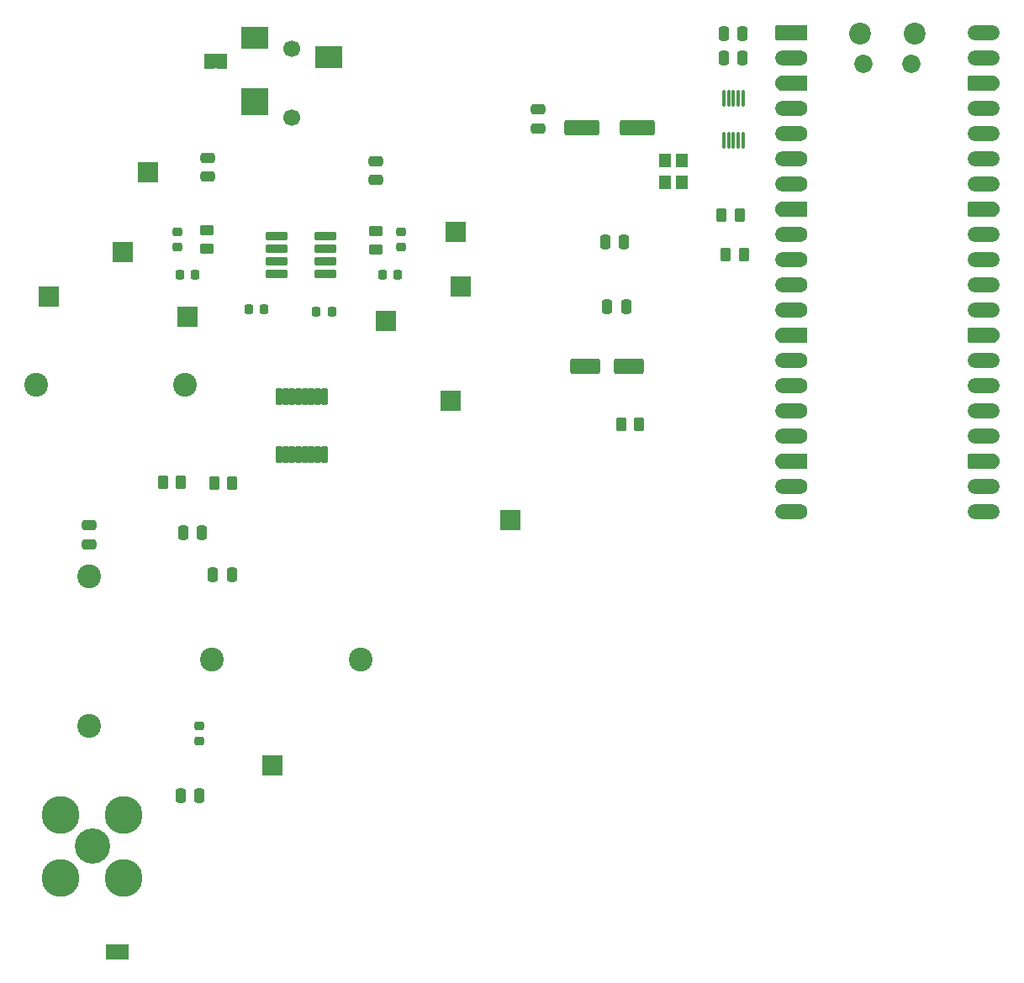
<source format=gbr>
%TF.GenerationSoftware,KiCad,Pcbnew,9.0.1*%
%TF.CreationDate,2025-05-08T16:34:57-07:00*%
%TF.ProjectId,Revision_Board,52657669-7369-46f6-9e5f-426f6172642e,rev?*%
%TF.SameCoordinates,Original*%
%TF.FileFunction,Soldermask,Top*%
%TF.FilePolarity,Negative*%
%FSLAX46Y46*%
G04 Gerber Fmt 4.6, Leading zero omitted, Abs format (unit mm)*
G04 Created by KiCad (PCBNEW 9.0.1) date 2025-05-08 16:34:57*
%MOMM*%
%LPD*%
G01*
G04 APERTURE LIST*
G04 Aperture macros list*
%AMRoundRect*
0 Rectangle with rounded corners*
0 $1 Rounding radius*
0 $2 $3 $4 $5 $6 $7 $8 $9 X,Y pos of 4 corners*
0 Add a 4 corners polygon primitive as box body*
4,1,4,$2,$3,$4,$5,$6,$7,$8,$9,$2,$3,0*
0 Add four circle primitives for the rounded corners*
1,1,$1+$1,$2,$3*
1,1,$1+$1,$4,$5*
1,1,$1+$1,$6,$7*
1,1,$1+$1,$8,$9*
0 Add four rect primitives between the rounded corners*
20,1,$1+$1,$2,$3,$4,$5,0*
20,1,$1+$1,$4,$5,$6,$7,0*
20,1,$1+$1,$6,$7,$8,$9,0*
20,1,$1+$1,$8,$9,$2,$3,0*%
%AMFreePoly0*
4,1,37,0.800000,0.796148,0.878414,0.796148,1.032228,0.765552,1.177117,0.705537,1.307515,0.618408,1.418408,0.507515,1.505537,0.377117,1.565552,0.232228,1.596148,0.078414,1.596148,-0.078414,1.565552,-0.232228,1.505537,-0.377117,1.418408,-0.507515,1.307515,-0.618408,1.177117,-0.705537,1.032228,-0.765552,0.878414,-0.796148,0.800000,-0.796148,0.800000,-0.800000,-1.400000,-0.800000,
-1.403843,-0.796157,-1.439018,-0.796157,-1.511114,-0.766294,-1.566294,-0.711114,-1.596157,-0.639018,-1.596157,-0.603843,-1.600000,-0.600000,-1.600000,0.600000,-1.596157,0.603843,-1.596157,0.639018,-1.566294,0.711114,-1.511114,0.766294,-1.439018,0.796157,-1.403843,0.796157,-1.400000,0.800000,0.800000,0.800000,0.800000,0.796148,0.800000,0.796148,$1*%
%AMFreePoly1*
4,1,37,1.403843,0.796157,1.439018,0.796157,1.511114,0.766294,1.566294,0.711114,1.596157,0.639018,1.596157,0.603843,1.600000,0.600000,1.600000,-0.600000,1.596157,-0.603843,1.596157,-0.639018,1.566294,-0.711114,1.511114,-0.766294,1.439018,-0.796157,1.403843,-0.796157,1.400000,-0.800000,-0.800000,-0.800000,-0.800000,-0.796148,-0.878414,-0.796148,-1.032228,-0.765552,-1.177117,-0.705537,
-1.307515,-0.618408,-1.418408,-0.507515,-1.505537,-0.377117,-1.565552,-0.232228,-1.596148,-0.078414,-1.596148,0.078414,-1.565552,0.232228,-1.505537,0.377117,-1.418408,0.507515,-1.307515,0.618408,-1.177117,0.705537,-1.032228,0.765552,-0.878414,0.796148,-0.800000,0.796148,-0.800000,0.800000,1.400000,0.800000,1.403843,0.796157,1.403843,0.796157,$1*%
%AMFreePoly2*
4,1,37,0.603843,0.796157,0.639018,0.796157,0.711114,0.766294,0.766294,0.711114,0.796157,0.639018,0.796157,0.603843,0.800000,0.600000,0.800000,-0.600000,0.796157,-0.603843,0.796157,-0.639018,0.766294,-0.711114,0.711114,-0.766294,0.639018,-0.796157,0.603843,-0.796157,0.600000,-0.800000,0.000000,-0.800000,0.000000,-0.796148,-0.078414,-0.796148,-0.232228,-0.765552,-0.377117,-0.705537,
-0.507515,-0.618408,-0.618408,-0.507515,-0.705537,-0.377117,-0.765552,-0.232228,-0.796148,-0.078414,-0.796148,0.078414,-0.765552,0.232228,-0.705537,0.377117,-0.618408,0.507515,-0.507515,0.618408,-0.377117,0.705537,-0.232228,0.765552,-0.078414,0.796148,0.000000,0.796148,0.000000,0.800000,0.600000,0.800000,0.603843,0.796157,0.603843,0.796157,$1*%
%AMFreePoly3*
4,1,37,0.000000,0.796148,0.078414,0.796148,0.232228,0.765552,0.377117,0.705537,0.507515,0.618408,0.618408,0.507515,0.705537,0.377117,0.765552,0.232228,0.796148,0.078414,0.796148,-0.078414,0.765552,-0.232228,0.705537,-0.377117,0.618408,-0.507515,0.507515,-0.618408,0.377117,-0.705537,0.232228,-0.765552,0.078414,-0.796148,0.000000,-0.796148,0.000000,-0.800000,-0.600000,-0.800000,
-0.603843,-0.796157,-0.639018,-0.796157,-0.711114,-0.766294,-0.766294,-0.711114,-0.796157,-0.639018,-0.796157,-0.603843,-0.800000,-0.600000,-0.800000,0.600000,-0.796157,0.603843,-0.796157,0.639018,-0.766294,0.711114,-0.711114,0.766294,-0.639018,0.796157,-0.603843,0.796157,-0.600000,0.800000,0.000000,0.800000,0.000000,0.796148,0.000000,0.796148,$1*%
G04 Aperture macros list end*
%ADD10RoundRect,0.250000X-0.262500X-0.450000X0.262500X-0.450000X0.262500X0.450000X-0.262500X0.450000X0*%
%ADD11RoundRect,0.250000X0.262500X0.450000X-0.262500X0.450000X-0.262500X-0.450000X0.262500X-0.450000X0*%
%ADD12R,2.000000X2.000000*%
%ADD13RoundRect,0.250000X0.475000X-0.250000X0.475000X0.250000X-0.475000X0.250000X-0.475000X-0.250000X0*%
%ADD14RoundRect,0.250000X-0.250000X-0.475000X0.250000X-0.475000X0.250000X0.475000X-0.250000X0.475000X0*%
%ADD15RoundRect,0.225000X-0.225000X-0.250000X0.225000X-0.250000X0.225000X0.250000X-0.225000X0.250000X0*%
%ADD16RoundRect,0.250000X-0.450000X0.262500X-0.450000X-0.262500X0.450000X-0.262500X0.450000X0.262500X0*%
%ADD17R,1.000000X1.500000*%
%ADD18C,2.400000*%
%ADD19C,1.700000*%
%ADD20R,2.800000X2.200000*%
%ADD21R,2.800000X2.800000*%
%ADD22RoundRect,0.225000X0.225000X0.250000X-0.225000X0.250000X-0.225000X-0.250000X0.225000X-0.250000X0*%
%ADD23RoundRect,0.250000X-0.475000X0.250000X-0.475000X-0.250000X0.475000X-0.250000X0.475000X0.250000X0*%
%ADD24RoundRect,0.225000X-0.250000X0.225000X-0.250000X-0.225000X0.250000X-0.225000X0.250000X0.225000X0*%
%ADD25RoundRect,0.250000X-1.500000X-0.550000X1.500000X-0.550000X1.500000X0.550000X-1.500000X0.550000X0*%
%ADD26RoundRect,0.250000X0.250000X0.475000X-0.250000X0.475000X-0.250000X-0.475000X0.250000X-0.475000X0*%
%ADD27RoundRect,0.102000X-0.225000X0.737500X-0.225000X-0.737500X0.225000X-0.737500X0.225000X0.737500X0*%
%ADD28RoundRect,0.087500X0.087500X-0.725000X0.087500X0.725000X-0.087500X0.725000X-0.087500X-0.725000X0*%
%ADD29RoundRect,0.225000X0.250000X-0.225000X0.250000X0.225000X-0.250000X0.225000X-0.250000X-0.225000X0*%
%ADD30RoundRect,0.100500X-0.986500X-0.301500X0.986500X-0.301500X0.986500X0.301500X-0.986500X0.301500X0*%
%ADD31RoundRect,0.250000X-1.250000X-0.550000X1.250000X-0.550000X1.250000X0.550000X-1.250000X0.550000X0*%
%ADD32R,1.200000X1.400000*%
%ADD33C,2.200000*%
%ADD34C,1.850000*%
%ADD35FreePoly0,0.000000*%
%ADD36RoundRect,0.200000X-0.600000X-0.600000X0.600000X-0.600000X0.600000X0.600000X-0.600000X0.600000X0*%
%ADD37RoundRect,0.800000X-0.800000X-0.000010X0.800000X-0.000010X0.800000X0.000010X-0.800000X0.000010X0*%
%ADD38C,1.600000*%
%ADD39FreePoly1,0.000000*%
%ADD40FreePoly2,0.000000*%
%ADD41FreePoly3,0.000000*%
%ADD42C,3.556000*%
%ADD43C,3.810000*%
G04 APERTURE END LIST*
%TO.C,JP2*%
G36*
X31285000Y-15950000D02*
G01*
X31585000Y-15950000D01*
X31585000Y-17450000D01*
X31285000Y-17450000D01*
X31285000Y-15950000D01*
G37*
%TO.C,JP1*%
G36*
X21650000Y-107250000D02*
G01*
X21350000Y-107250000D01*
X21350000Y-105750000D01*
X21650000Y-105750000D01*
X21650000Y-107250000D01*
G37*
%TD*%
D10*
%TO.C,R3*%
X31265000Y-59267500D03*
X33090000Y-59267500D03*
%TD*%
D11*
%TO.C,R7*%
X74075000Y-53345000D03*
X72250000Y-53345000D03*
%TD*%
D12*
%TO.C,TP8(180)1*%
X14575000Y-40432500D03*
%TD*%
D13*
%TO.C,C10*%
X18675000Y-65395000D03*
X18675000Y-63495000D03*
%TD*%
D14*
%TO.C,C19*%
X27870000Y-90730000D03*
X29770000Y-90730000D03*
%TD*%
D15*
%TO.C,C5*%
X41575000Y-41932500D03*
X43125000Y-41932500D03*
%TD*%
D16*
%TO.C,R2*%
X47525000Y-33835000D03*
X47525000Y-35660000D03*
%TD*%
D17*
%TO.C,JP2*%
X30785000Y-16700000D03*
X32085000Y-16700000D03*
%TD*%
%TO.C,JP1*%
X22150000Y-106500000D03*
X20850000Y-106500000D03*
%TD*%
D12*
%TO.C,TP1(Q)1*%
X55575000Y-33932500D03*
%TD*%
%TO.C,TP7(90)1*%
X56075000Y-39432500D03*
%TD*%
D18*
%TO.C,L2*%
X31000000Y-77000000D03*
X46000000Y-77000000D03*
%TD*%
D15*
%TO.C,C6*%
X27800000Y-38247500D03*
X29350000Y-38247500D03*
%TD*%
D14*
%TO.C,C15*%
X70875000Y-41432500D03*
X72775000Y-41432500D03*
%TD*%
D19*
%TO.C,J3*%
X39075000Y-15432500D03*
X39075000Y-22432500D03*
D20*
X42775000Y-16332500D03*
X35375000Y-14332500D03*
D21*
X35375000Y-20832500D03*
%TD*%
D22*
%TO.C,C8*%
X49750000Y-38247500D03*
X48200000Y-38247500D03*
%TD*%
D12*
%TO.C,TP3(I)1*%
X24575000Y-27932500D03*
%TD*%
D23*
%TO.C,C3*%
X30575000Y-26432500D03*
X30575000Y-28332500D03*
%TD*%
D24*
%TO.C,C1*%
X27575000Y-33882500D03*
X27575000Y-35432500D03*
%TD*%
D11*
%TO.C,R6*%
X84607500Y-36182500D03*
X82782500Y-36182500D03*
%TD*%
D25*
%TO.C,C17*%
X68275000Y-23432500D03*
X73875000Y-23432500D03*
%TD*%
D12*
%TO.C,TP9(QLO)1*%
X61075000Y-62932500D03*
%TD*%
D26*
%TO.C,C13*%
X84475000Y-16432500D03*
X82575000Y-16432500D03*
%TD*%
D10*
%TO.C,R4*%
X26090000Y-59162500D03*
X27915000Y-59162500D03*
%TD*%
D12*
%TO.C,TP10 (ILO)1*%
X55075000Y-50932500D03*
%TD*%
D14*
%TO.C,C9*%
X28140000Y-64267500D03*
X30040000Y-64267500D03*
%TD*%
D18*
%TO.C,L3*%
X18675000Y-83670000D03*
X18675000Y-68670000D03*
%TD*%
D12*
%TO.C,TP6*%
X48575000Y-42932500D03*
%TD*%
D24*
%TO.C,C2*%
X50075000Y-33932500D03*
X50075000Y-35482500D03*
%TD*%
D27*
%TO.C,U2*%
X42350000Y-50494500D03*
X41700000Y-50494500D03*
X41050000Y-50494500D03*
X40400000Y-50494500D03*
X39750000Y-50494500D03*
X39100000Y-50494500D03*
X38450000Y-50494500D03*
X37800000Y-50494500D03*
X37800000Y-56370500D03*
X38450000Y-56370500D03*
X39100000Y-56370500D03*
X39750000Y-56370500D03*
X40400000Y-56370500D03*
X41050000Y-56370500D03*
X41700000Y-56370500D03*
X42350000Y-56370500D03*
%TD*%
D11*
%TO.C,R5*%
X84195000Y-32182500D03*
X82370000Y-32182500D03*
%TD*%
D12*
%TO.C,TP13(RXNS)1*%
X28575000Y-42432500D03*
%TD*%
D28*
%TO.C,Y1*%
X82575000Y-24657500D03*
X83075000Y-24657500D03*
X83575000Y-24657500D03*
X84075000Y-24657500D03*
X84575000Y-24657500D03*
X84575000Y-20432500D03*
X84075000Y-20432500D03*
X83575000Y-20432500D03*
X83075000Y-20432500D03*
X82575000Y-20432500D03*
%TD*%
D22*
%TO.C,C7*%
X36300000Y-41747500D03*
X34750000Y-41747500D03*
%TD*%
D23*
%TO.C,C4*%
X47575000Y-26787500D03*
X47575000Y-28687500D03*
%TD*%
D29*
%TO.C,C12*%
X29770000Y-85230000D03*
X29770000Y-83680000D03*
%TD*%
D18*
%TO.C,L1*%
X13360000Y-49337500D03*
X28360000Y-49337500D03*
%TD*%
D13*
%TO.C,C18*%
X63912500Y-23470000D03*
X63912500Y-21570000D03*
%TD*%
D30*
%TO.C,U1*%
X37525000Y-34342500D03*
X37525000Y-35612500D03*
X37525000Y-36882500D03*
X37525000Y-38152500D03*
X42465000Y-38152500D03*
X42465000Y-36882500D03*
X42465000Y-35612500D03*
X42465000Y-34342500D03*
%TD*%
D12*
%TO.C,TP14(RXIN)1*%
X37105000Y-87715000D03*
%TD*%
D26*
%TO.C,C20*%
X84475000Y-13932500D03*
X82575000Y-13932500D03*
%TD*%
D31*
%TO.C,C14*%
X68662500Y-47432500D03*
X73062500Y-47432500D03*
%TD*%
D32*
%TO.C,Y2*%
X76695000Y-26682500D03*
X76695000Y-28882500D03*
X78395000Y-28882500D03*
X78395000Y-26682500D03*
%TD*%
D16*
%TO.C,R1*%
X30525000Y-33747500D03*
X30525000Y-35572500D03*
%TD*%
D33*
%TO.C,A1*%
X96350000Y-13970000D03*
D34*
X96650000Y-17000000D03*
X101500000Y-17000000D03*
D33*
X101800000Y-13970000D03*
D35*
X89385000Y-13840000D03*
D36*
X90185000Y-13840000D03*
D37*
X89385000Y-16380000D03*
D38*
X90185000Y-16380000D03*
D39*
X89385000Y-18920000D03*
D40*
X90185000Y-18920000D03*
D37*
X89385000Y-21460000D03*
D38*
X90185000Y-21460000D03*
D37*
X89385000Y-24000000D03*
D38*
X90185000Y-24000000D03*
D37*
X89385000Y-26540000D03*
D38*
X90185000Y-26540000D03*
D37*
X89385000Y-29080000D03*
D38*
X90185000Y-29080000D03*
D39*
X89385000Y-31620000D03*
D40*
X90185000Y-31620000D03*
D37*
X89385000Y-34160000D03*
D38*
X90185000Y-34160000D03*
D37*
X89385000Y-36700000D03*
D38*
X90185000Y-36700000D03*
D37*
X89385000Y-39240000D03*
D38*
X90185000Y-39240000D03*
D37*
X89385000Y-41780000D03*
D38*
X90185000Y-41780000D03*
D39*
X89385000Y-44320000D03*
D40*
X90185000Y-44320000D03*
D37*
X89385000Y-46860000D03*
D38*
X90185000Y-46860000D03*
D37*
X89385000Y-49400000D03*
D38*
X90185000Y-49400000D03*
D37*
X89385000Y-51940000D03*
D38*
X90185000Y-51940000D03*
D37*
X89385000Y-54480000D03*
D38*
X90185000Y-54480000D03*
D39*
X89385000Y-57020000D03*
D40*
X90185000Y-57020000D03*
D37*
X89385000Y-59560000D03*
D38*
X90185000Y-59560000D03*
D37*
X89385000Y-62100000D03*
D38*
X90185000Y-62100000D03*
X107965000Y-62100000D03*
D37*
X108765000Y-62100000D03*
D38*
X107965000Y-59560000D03*
D37*
X108765000Y-59560000D03*
D41*
X107965000Y-57020000D03*
D35*
X108765000Y-57020000D03*
D38*
X107965000Y-54480000D03*
D37*
X108765000Y-54480000D03*
D38*
X107965000Y-51940000D03*
D37*
X108765000Y-51940000D03*
D38*
X107965000Y-49400000D03*
D37*
X108765000Y-49400000D03*
D38*
X107965000Y-46860000D03*
D37*
X108765000Y-46860000D03*
D41*
X107965000Y-44320000D03*
D35*
X108765000Y-44320000D03*
D38*
X107965000Y-41780000D03*
D37*
X108765000Y-41780000D03*
D38*
X107965000Y-39240000D03*
D37*
X108765000Y-39240000D03*
D38*
X107965000Y-36700000D03*
D37*
X108765000Y-36700000D03*
D38*
X107965000Y-34160000D03*
D37*
X108765000Y-34160000D03*
D41*
X107965000Y-31620000D03*
D35*
X108765000Y-31620000D03*
D38*
X107965000Y-29080000D03*
D37*
X108765000Y-29080000D03*
D38*
X107965000Y-26540000D03*
D37*
X108765000Y-26540000D03*
D38*
X107965000Y-24000000D03*
D37*
X108765000Y-24000000D03*
D38*
X107965000Y-21460000D03*
D37*
X108765000Y-21460000D03*
D41*
X107965000Y-18920000D03*
D35*
X108765000Y-18920000D03*
D38*
X107965000Y-16380000D03*
D37*
X108765000Y-16380000D03*
D38*
X107965000Y-13840000D03*
D37*
X108765000Y-13840000D03*
%TD*%
D14*
%TO.C,C16*%
X70625000Y-34932500D03*
X72525000Y-34932500D03*
%TD*%
D42*
%TO.C,J1*%
X19000000Y-95845000D03*
D43*
X22175000Y-92670000D03*
X15825000Y-92670000D03*
X22175000Y-99020000D03*
X15825000Y-99020000D03*
%TD*%
D12*
%TO.C,TP2(0)1*%
X22075000Y-35932500D03*
%TD*%
D14*
%TO.C,C11*%
X31140000Y-68500000D03*
X33040000Y-68500000D03*
%TD*%
M02*

</source>
